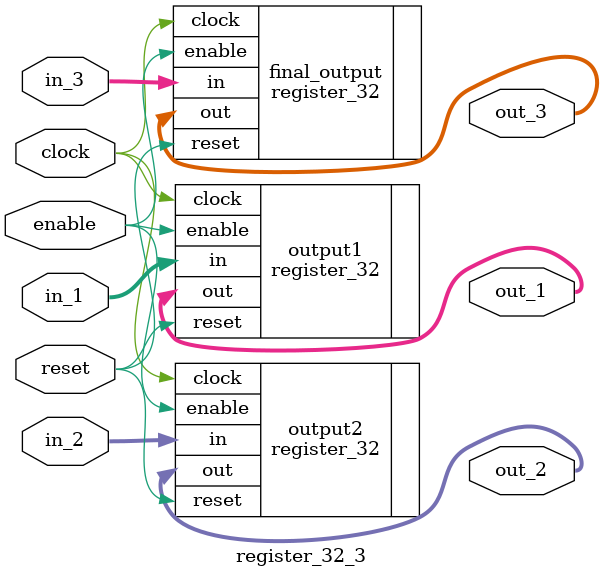
<source format=v>
module register_32_3(in_1, in_2, in_3, out_1, out_2, out_3, clock, enable, reset);
    input clock, enable, reset;
    input [31:0] in_1, in_2, in_3;
    output [31:0] out_1, out_2, out_3;

    register_32 output1(.in(in_1), .out(out_1), .clock(clock), .reset(reset), .enable(enable));
    register_32 output2(.in(in_2), .out(out_2), .clock(clock), .reset(reset), .enable(enable));
    register_32 final_output(.in(in_3), .out(out_3), .clock(clock), .reset(reset), .enable(enable));
endmodule
</source>
